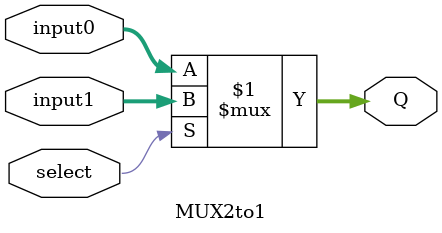
<source format=v>
module MUX2to1 #(parameter size = 0)(input0, input1, select, Q);
	input [size - 1:0] input0, input1;
    input select;
    output [size - 1:0] Q;

    assign Q = select ? input1 : input0;

endmodule

</source>
